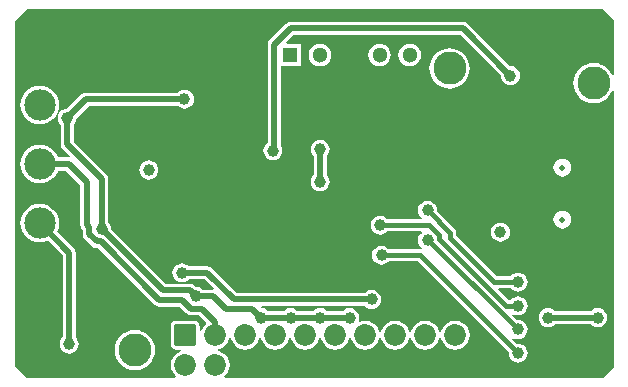
<source format=gbl>
%FSLAX44Y44*%
%MOMM*%
G71*
G01*
G75*
G04 Layer_Physical_Order=2*
G04 Layer_Color=16711680*
G04:AMPARAMS|DCode=10|XSize=1.05mm|YSize=0.65mm|CornerRadius=0.2015mm|HoleSize=0mm|Usage=FLASHONLY|Rotation=180.000|XOffset=0mm|YOffset=0mm|HoleType=Round|Shape=RoundedRectangle|*
%AMROUNDEDRECTD10*
21,1,1.0500,0.2470,0,0,180.0*
21,1,0.6470,0.6500,0,0,180.0*
1,1,0.4030,-0.3235,0.1235*
1,1,0.4030,0.3235,0.1235*
1,1,0.4030,0.3235,-0.1235*
1,1,0.4030,-0.3235,-0.1235*
%
%ADD10ROUNDEDRECTD10*%
G04:AMPARAMS|DCode=11|XSize=1.45mm|YSize=0.95mm|CornerRadius=0.1995mm|HoleSize=0mm|Usage=FLASHONLY|Rotation=90.000|XOffset=0mm|YOffset=0mm|HoleType=Round|Shape=RoundedRectangle|*
%AMROUNDEDRECTD11*
21,1,1.4500,0.5510,0,0,90.0*
21,1,1.0510,0.9500,0,0,90.0*
1,1,0.3990,0.2755,0.5255*
1,1,0.3990,0.2755,-0.5255*
1,1,0.3990,-0.2755,-0.5255*
1,1,0.3990,-0.2755,0.5255*
%
%ADD11ROUNDEDRECTD11*%
G04:AMPARAMS|DCode=12|XSize=1.45mm|YSize=1.15mm|CornerRadius=0.2013mm|HoleSize=0mm|Usage=FLASHONLY|Rotation=270.000|XOffset=0mm|YOffset=0mm|HoleType=Round|Shape=RoundedRectangle|*
%AMROUNDEDRECTD12*
21,1,1.4500,0.7475,0,0,270.0*
21,1,1.0475,1.1500,0,0,270.0*
1,1,0.4025,-0.3738,-0.5238*
1,1,0.4025,-0.3738,0.5238*
1,1,0.4025,0.3738,0.5238*
1,1,0.4025,0.3738,-0.5238*
%
%ADD12ROUNDEDRECTD12*%
G04:AMPARAMS|DCode=13|XSize=1.45mm|YSize=0.95mm|CornerRadius=0.1995mm|HoleSize=0mm|Usage=FLASHONLY|Rotation=0.000|XOffset=0mm|YOffset=0mm|HoleType=Round|Shape=RoundedRectangle|*
%AMROUNDEDRECTD13*
21,1,1.4500,0.5510,0,0,0.0*
21,1,1.0510,0.9500,0,0,0.0*
1,1,0.3990,0.5255,-0.2755*
1,1,0.3990,-0.5255,-0.2755*
1,1,0.3990,-0.5255,0.2755*
1,1,0.3990,0.5255,0.2755*
%
%ADD13ROUNDEDRECTD13*%
G04:AMPARAMS|DCode=14|XSize=1.1mm|YSize=0.7mm|CornerRadius=0.2345mm|HoleSize=0mm|Usage=FLASHONLY|Rotation=270.000|XOffset=0mm|YOffset=0mm|HoleType=Round|Shape=RoundedRectangle|*
%AMROUNDEDRECTD14*
21,1,1.1000,0.2310,0,0,270.0*
21,1,0.6310,0.7000,0,0,270.0*
1,1,0.4690,-0.1155,-0.3155*
1,1,0.4690,-0.1155,0.3155*
1,1,0.4690,0.1155,0.3155*
1,1,0.4690,0.1155,-0.3155*
%
%ADD14ROUNDEDRECTD14*%
G04:AMPARAMS|DCode=15|XSize=1.1mm|YSize=0.6mm|CornerRadius=0.201mm|HoleSize=0mm|Usage=FLASHONLY|Rotation=270.000|XOffset=0mm|YOffset=0mm|HoleType=Round|Shape=RoundedRectangle|*
%AMROUNDEDRECTD15*
21,1,1.1000,0.1980,0,0,270.0*
21,1,0.6980,0.6000,0,0,270.0*
1,1,0.4020,-0.0990,-0.3490*
1,1,0.4020,-0.0990,0.3490*
1,1,0.4020,0.0990,0.3490*
1,1,0.4020,0.0990,-0.3490*
%
%ADD15ROUNDEDRECTD15*%
G04:AMPARAMS|DCode=16|XSize=2.3mm|YSize=0.5mm|CornerRadius=0.2mm|HoleSize=0mm|Usage=FLASHONLY|Rotation=180.000|XOffset=0mm|YOffset=0mm|HoleType=Round|Shape=RoundedRectangle|*
%AMROUNDEDRECTD16*
21,1,2.3000,0.1000,0,0,180.0*
21,1,1.9000,0.5000,0,0,180.0*
1,1,0.4000,-0.9500,0.0500*
1,1,0.4000,0.9500,0.0500*
1,1,0.4000,0.9500,-0.0500*
1,1,0.4000,-0.9500,-0.0500*
%
%ADD16ROUNDEDRECTD16*%
G04:AMPARAMS|DCode=17|XSize=2.5mm|YSize=2mm|CornerRadius=0.2mm|HoleSize=0mm|Usage=FLASHONLY|Rotation=180.000|XOffset=0mm|YOffset=0mm|HoleType=Round|Shape=RoundedRectangle|*
%AMROUNDEDRECTD17*
21,1,2.5000,1.6000,0,0,180.0*
21,1,2.1000,2.0000,0,0,180.0*
1,1,0.4000,-1.0500,0.8000*
1,1,0.4000,1.0500,0.8000*
1,1,0.4000,1.0500,-0.8000*
1,1,0.4000,-1.0500,-0.8000*
%
%ADD17ROUNDEDRECTD17*%
G04:AMPARAMS|DCode=18|XSize=1.45mm|YSize=1.15mm|CornerRadius=0.2013mm|HoleSize=0mm|Usage=FLASHONLY|Rotation=0.000|XOffset=0mm|YOffset=0mm|HoleType=Round|Shape=RoundedRectangle|*
%AMROUNDEDRECTD18*
21,1,1.4500,0.7475,0,0,0.0*
21,1,1.0475,1.1500,0,0,0.0*
1,1,0.4025,0.5238,-0.3738*
1,1,0.4025,-0.5238,-0.3738*
1,1,0.4025,-0.5238,0.3738*
1,1,0.4025,0.5238,0.3738*
%
%ADD18ROUNDEDRECTD18*%
G04:AMPARAMS|DCode=19|XSize=1.75mm|YSize=1.05mm|CornerRadius=0.1995mm|HoleSize=0mm|Usage=FLASHONLY|Rotation=270.000|XOffset=0mm|YOffset=0mm|HoleType=Round|Shape=RoundedRectangle|*
%AMROUNDEDRECTD19*
21,1,1.7500,0.6510,0,0,270.0*
21,1,1.3510,1.0500,0,0,270.0*
1,1,0.3990,-0.3255,-0.6755*
1,1,0.3990,-0.3255,0.6755*
1,1,0.3990,0.3255,0.6755*
1,1,0.3990,0.3255,-0.6755*
%
%ADD19ROUNDEDRECTD19*%
G04:AMPARAMS|DCode=20|XSize=1.05mm|YSize=0.65mm|CornerRadius=0.2015mm|HoleSize=0mm|Usage=FLASHONLY|Rotation=90.000|XOffset=0mm|YOffset=0mm|HoleType=Round|Shape=RoundedRectangle|*
%AMROUNDEDRECTD20*
21,1,1.0500,0.2470,0,0,90.0*
21,1,0.6470,0.6500,0,0,90.0*
1,1,0.4030,0.1235,0.3235*
1,1,0.4030,0.1235,-0.3235*
1,1,0.4030,-0.1235,-0.3235*
1,1,0.4030,-0.1235,0.3235*
%
%ADD20ROUNDEDRECTD20*%
%ADD21O,1.5500X0.6000*%
G04:AMPARAMS|DCode=22|XSize=1.25mm|YSize=0.6mm|CornerRadius=0.201mm|HoleSize=0mm|Usage=FLASHONLY|Rotation=180.000|XOffset=0mm|YOffset=0mm|HoleType=Round|Shape=RoundedRectangle|*
%AMROUNDEDRECTD22*
21,1,1.2500,0.1980,0,0,180.0*
21,1,0.8480,0.6000,0,0,180.0*
1,1,0.4020,-0.4240,0.0990*
1,1,0.4020,0.4240,0.0990*
1,1,0.4020,0.4240,-0.0990*
1,1,0.4020,-0.4240,-0.0990*
%
%ADD22ROUNDEDRECTD22*%
G04:AMPARAMS|DCode=23|XSize=1mm|YSize=0.75mm|CornerRadius=0.1988mm|HoleSize=0mm|Usage=FLASHONLY|Rotation=180.000|XOffset=0mm|YOffset=0mm|HoleType=Round|Shape=RoundedRectangle|*
%AMROUNDEDRECTD23*
21,1,1.0000,0.3525,0,0,180.0*
21,1,0.6025,0.7500,0,0,180.0*
1,1,0.3975,-0.3013,0.1762*
1,1,0.3975,0.3013,0.1762*
1,1,0.3975,0.3013,-0.1762*
1,1,0.3975,-0.3013,-0.1762*
%
%ADD23ROUNDEDRECTD23*%
%ADD24O,2.0000X0.6000*%
%ADD25C,0.5000*%
%ADD26C,0.2500*%
%ADD27C,0.4000*%
%ADD28C,0.3000*%
%ADD29C,2.8000*%
%ADD30C,0.5000*%
%ADD31C,1.8500*%
G04:AMPARAMS|DCode=32|XSize=1.85mm|YSize=1.85mm|CornerRadius=0.2035mm|HoleSize=0mm|Usage=FLASHONLY|Rotation=0.000|XOffset=0mm|YOffset=0mm|HoleType=Round|Shape=RoundedRectangle|*
%AMROUNDEDRECTD32*
21,1,1.8500,1.4430,0,0,0.0*
21,1,1.4430,1.8500,0,0,0.0*
1,1,0.4070,0.7215,-0.7215*
1,1,0.4070,-0.7215,-0.7215*
1,1,0.4070,-0.7215,0.7215*
1,1,0.4070,0.7215,0.7215*
%
%ADD32ROUNDEDRECTD32*%
%ADD33C,2.6500*%
%ADD34C,1.3000*%
%ADD35R,1.3000X1.3000*%
%ADD36C,1.0000*%
G36*
X510922Y306831D02*
Y260498D01*
X510703Y260409D01*
X509652Y260281D01*
X508203Y262990D01*
X506079Y265579D01*
X503490Y267703D01*
X500537Y269282D01*
X497333Y270254D01*
X494000Y270582D01*
X490667Y270254D01*
X487463Y269282D01*
X484510Y267703D01*
X481921Y265579D01*
X479797Y262990D01*
X478218Y260037D01*
X477246Y256833D01*
X476918Y253500D01*
X477246Y250167D01*
X478218Y246963D01*
X479797Y244010D01*
X481921Y241421D01*
X484510Y239297D01*
X487463Y237718D01*
X490667Y236746D01*
X494000Y236418D01*
X497333Y236746D01*
X500537Y237718D01*
X503490Y239297D01*
X506079Y241421D01*
X508203Y244010D01*
X509652Y246719D01*
X510703Y246591D01*
X510922Y246502D01*
Y13209D01*
X501811Y4098D01*
X181862D01*
X181431Y5368D01*
X182337Y6063D01*
X184300Y8622D01*
X185535Y11602D01*
X185956Y14800D01*
X185535Y17998D01*
X184300Y20978D01*
X182337Y23537D01*
X179778Y25500D01*
X176798Y26735D01*
X175850Y26860D01*
Y28140D01*
X176798Y28265D01*
X179778Y29500D01*
X182337Y31463D01*
X184300Y34022D01*
X185535Y37002D01*
X185660Y37950D01*
X186940D01*
X187065Y37002D01*
X188300Y34022D01*
X190263Y31463D01*
X192822Y29500D01*
X195802Y28265D01*
X199000Y27844D01*
X202198Y28265D01*
X205178Y29500D01*
X207737Y31463D01*
X209700Y34022D01*
X210935Y37002D01*
X211059Y37950D01*
X212341D01*
X212465Y37002D01*
X213700Y34022D01*
X215663Y31463D01*
X218222Y29500D01*
X221202Y28265D01*
X224400Y27844D01*
X227598Y28265D01*
X230578Y29500D01*
X233137Y31463D01*
X235100Y34022D01*
X236335Y37002D01*
X236460Y37950D01*
X237740D01*
X237865Y37002D01*
X239100Y34022D01*
X241063Y31463D01*
X243622Y29500D01*
X246602Y28265D01*
X249800Y27844D01*
X252998Y28265D01*
X255978Y29500D01*
X258537Y31463D01*
X260500Y34022D01*
X261735Y37002D01*
X261859Y37950D01*
X263141D01*
X263265Y37002D01*
X264500Y34022D01*
X266463Y31463D01*
X269022Y29500D01*
X272002Y28265D01*
X275200Y27844D01*
X278398Y28265D01*
X281378Y29500D01*
X283937Y31463D01*
X285900Y34022D01*
X287135Y37002D01*
X287260Y37950D01*
X288540D01*
X288665Y37002D01*
X289900Y34022D01*
X291863Y31463D01*
X294422Y29500D01*
X297402Y28265D01*
X300600Y27844D01*
X303798Y28265D01*
X306778Y29500D01*
X309337Y31463D01*
X311300Y34022D01*
X312535Y37002D01*
X312659Y37950D01*
X313941D01*
X314065Y37002D01*
X315300Y34022D01*
X317263Y31463D01*
X319822Y29500D01*
X322802Y28265D01*
X326000Y27844D01*
X329198Y28265D01*
X332178Y29500D01*
X334737Y31463D01*
X336700Y34022D01*
X337935Y37002D01*
X338060Y37950D01*
X339341D01*
X339465Y37002D01*
X340700Y34022D01*
X342663Y31463D01*
X345222Y29500D01*
X348202Y28265D01*
X351400Y27844D01*
X354598Y28265D01*
X357578Y29500D01*
X360137Y31463D01*
X362100Y34022D01*
X363335Y37002D01*
X363460Y37950D01*
X364740D01*
X364865Y37002D01*
X366100Y34022D01*
X368063Y31463D01*
X370622Y29500D01*
X373602Y28265D01*
X376800Y27844D01*
X379998Y28265D01*
X382978Y29500D01*
X385537Y31463D01*
X387500Y34022D01*
X388735Y37002D01*
X389156Y40200D01*
X388735Y43398D01*
X387500Y46378D01*
X385537Y48937D01*
X382978Y50900D01*
X379998Y52135D01*
X376800Y52556D01*
X373602Y52135D01*
X370622Y50900D01*
X368063Y48937D01*
X366100Y46378D01*
X364865Y43398D01*
X364740Y42450D01*
X363460D01*
X363335Y43398D01*
X362100Y46378D01*
X360137Y48937D01*
X357578Y50900D01*
X354598Y52135D01*
X351400Y52556D01*
X348202Y52135D01*
X345222Y50900D01*
X342663Y48937D01*
X340700Y46378D01*
X339465Y43398D01*
X339341Y42450D01*
X338060D01*
X337935Y43398D01*
X336700Y46378D01*
X334737Y48937D01*
X332178Y50900D01*
X329198Y52135D01*
X326000Y52556D01*
X322802Y52135D01*
X319822Y50900D01*
X317263Y48937D01*
X315300Y46378D01*
X314065Y43398D01*
X313941Y42450D01*
X312659D01*
X312535Y43398D01*
X311300Y46378D01*
X309337Y48937D01*
X306778Y50900D01*
X303798Y52135D01*
X300600Y52556D01*
X297402Y52135D01*
X296128Y51607D01*
X295156Y52579D01*
X295294Y52912D01*
X295569Y55000D01*
X295294Y57088D01*
X294488Y59035D01*
X293206Y60706D01*
X291535Y61988D01*
X289588Y62794D01*
X287500Y63069D01*
X285412Y62794D01*
X283465Y61988D01*
X281794Y60706D01*
X281719Y60608D01*
X268281D01*
X268206Y60706D01*
X266535Y61988D01*
X264588Y62794D01*
X262500Y63069D01*
X260412Y62794D01*
X258465Y61988D01*
X256794Y60706D01*
X256719Y60608D01*
X243281D01*
X243206Y60706D01*
X241535Y61988D01*
X239588Y62794D01*
X237500Y63069D01*
X235412Y62794D01*
X233465Y61988D01*
X231794Y60706D01*
X231719Y60608D01*
X218281D01*
X218206Y60706D01*
X216535Y61988D01*
X214588Y62794D01*
X212695Y63043D01*
X212254Y63622D01*
X212864Y64892D01*
X300219D01*
X300294Y64794D01*
X301966Y63512D01*
X303912Y62706D01*
X306000Y62431D01*
X308088Y62706D01*
X310035Y63512D01*
X311706Y64794D01*
X312988Y66466D01*
X313794Y68412D01*
X314069Y70500D01*
X313794Y72588D01*
X312988Y74535D01*
X311706Y76206D01*
X310035Y77488D01*
X308088Y78294D01*
X306000Y78569D01*
X303912Y78294D01*
X301966Y77488D01*
X300294Y76206D01*
X300219Y76108D01*
X191823D01*
X170965Y96965D01*
X169146Y98181D01*
X167000Y98608D01*
X151281D01*
X151206Y98706D01*
X149535Y99988D01*
X147588Y100794D01*
X145500Y101069D01*
X143412Y100794D01*
X141466Y99988D01*
X139794Y98706D01*
X138512Y97035D01*
X137706Y95088D01*
X137431Y93000D01*
X137706Y90912D01*
X138512Y88966D01*
X139794Y87294D01*
X141466Y86012D01*
X143412Y85206D01*
X145500Y84931D01*
X147588Y85206D01*
X149535Y86012D01*
X151206Y87294D01*
X151281Y87392D01*
X164677D01*
X172327Y79742D01*
X171666Y78608D01*
X163281D01*
X163206Y78706D01*
X161535Y79988D01*
X159588Y80794D01*
X157500Y81069D01*
X157378Y81053D01*
X156465Y81965D01*
X154646Y83181D01*
X152500Y83608D01*
X131823D01*
X85553Y129878D01*
X85569Y130000D01*
X85294Y132088D01*
X84488Y134035D01*
X83206Y135706D01*
X83108Y135781D01*
Y172500D01*
X82681Y174646D01*
X81465Y176465D01*
X53908Y204023D01*
Y218219D01*
X54006Y218294D01*
X55288Y219965D01*
X56094Y221912D01*
X56369Y224000D01*
X56353Y224122D01*
X66623Y234392D01*
X141719D01*
X141794Y234294D01*
X143465Y233012D01*
X145412Y232206D01*
X147500Y231931D01*
X149588Y232206D01*
X151535Y233012D01*
X153206Y234294D01*
X154488Y235965D01*
X155294Y237912D01*
X155569Y240000D01*
X155294Y242088D01*
X154488Y244035D01*
X153206Y245706D01*
X151535Y246988D01*
X149588Y247794D01*
X147500Y248069D01*
X145412Y247794D01*
X143465Y246988D01*
X141794Y245706D01*
X141719Y245608D01*
X64300D01*
X62154Y245181D01*
X60335Y243965D01*
X48422Y232053D01*
X48300Y232069D01*
X46212Y231794D01*
X44265Y230988D01*
X42594Y229706D01*
X41312Y228034D01*
X40506Y226088D01*
X40231Y224000D01*
X40506Y221912D01*
X41312Y219965D01*
X42594Y218294D01*
X42692Y218219D01*
Y201700D01*
X43119Y199554D01*
X44335Y197735D01*
X50327Y191742D01*
X49666Y190608D01*
X40280D01*
X40086Y191249D01*
X38577Y194072D01*
X36546Y196546D01*
X34072Y198577D01*
X31249Y200086D01*
X28186Y201015D01*
X25000Y201329D01*
X21814Y201015D01*
X18751Y200086D01*
X15928Y198577D01*
X13454Y196546D01*
X11423Y194072D01*
X9914Y191249D01*
X8985Y188186D01*
X8671Y185000D01*
X8985Y181814D01*
X9914Y178751D01*
X11423Y175928D01*
X13454Y173454D01*
X15928Y171423D01*
X18751Y169914D01*
X21814Y168985D01*
X25000Y168671D01*
X28186Y168985D01*
X31249Y169914D01*
X34072Y171423D01*
X36546Y173454D01*
X38577Y175928D01*
X40086Y178751D01*
X40280Y179392D01*
X47677D01*
X59392Y167677D01*
Y133500D01*
X59819Y131354D01*
X61035Y129535D01*
X61392Y129177D01*
Y125651D01*
X61819Y123505D01*
X63035Y121685D01*
X69186Y115535D01*
X71005Y114319D01*
X73151Y113892D01*
X74363D01*
X122221Y66035D01*
X124040Y64819D01*
X126186Y64392D01*
X143328D01*
X149185Y58535D01*
X151005Y57319D01*
X153151Y56892D01*
X160177D01*
X166032Y51037D01*
X165949Y49770D01*
X164863Y48937D01*
X162900Y46378D01*
X161819Y43768D01*
X160549Y44021D01*
Y47415D01*
X160158Y49380D01*
X159045Y51045D01*
X157380Y52158D01*
X155415Y52549D01*
X140985D01*
X139020Y52158D01*
X137355Y51045D01*
X136242Y49380D01*
X135851Y47415D01*
Y32985D01*
X136242Y31021D01*
X137355Y29355D01*
X139020Y28242D01*
X140985Y27851D01*
X144379D01*
X144632Y26581D01*
X142022Y25500D01*
X139463Y23537D01*
X137500Y20978D01*
X136265Y17998D01*
X135844Y14800D01*
X136265Y11602D01*
X137500Y8622D01*
X139463Y6063D01*
X140369Y5368D01*
X139938Y4098D01*
X14189D01*
X4078Y14209D01*
Y305831D01*
X14189Y315942D01*
X501811D01*
X510922Y306831D01*
D02*
G37*
%LPC*%
G36*
X467500Y145565D02*
X465542Y145307D01*
X463718Y144551D01*
X462151Y143349D01*
X460949Y141782D01*
X460193Y139958D01*
X459935Y138000D01*
X460193Y136042D01*
X460949Y134218D01*
X462151Y132651D01*
X463718Y131449D01*
X465542Y130693D01*
X467500Y130435D01*
X469458Y130693D01*
X471282Y131449D01*
X472849Y132651D01*
X474051Y134218D01*
X474807Y136042D01*
X475065Y138000D01*
X474807Y139958D01*
X474051Y141782D01*
X472849Y143349D01*
X471282Y144551D01*
X469458Y145307D01*
X467500Y145565D01*
D02*
G37*
G36*
X353450Y154019D02*
X351362Y153744D01*
X349416Y152938D01*
X347744Y151656D01*
X346462Y149985D01*
X345656Y148038D01*
X345381Y145950D01*
X345656Y143862D01*
X346462Y141916D01*
X347744Y140244D01*
X348561Y139618D01*
X348130Y138348D01*
X319422D01*
X318956Y138956D01*
X317285Y140238D01*
X315338Y141044D01*
X313250Y141319D01*
X311162Y141044D01*
X309216Y140238D01*
X307544Y138956D01*
X306262Y137284D01*
X305456Y135338D01*
X305181Y133250D01*
X305456Y131162D01*
X306262Y129215D01*
X307544Y127544D01*
X309216Y126262D01*
X311162Y125456D01*
X313250Y125181D01*
X315338Y125456D01*
X317285Y126262D01*
X318956Y127544D01*
X319422Y128152D01*
X348130D01*
X348561Y126882D01*
X347744Y126256D01*
X346462Y124585D01*
X345656Y122638D01*
X345381Y120550D01*
X345656Y118462D01*
X346462Y116516D01*
X347744Y114844D01*
X349011Y113873D01*
X348472Y112685D01*
X347150Y112948D01*
X320722D01*
X320256Y113556D01*
X318584Y114838D01*
X316638Y115644D01*
X314550Y115919D01*
X312462Y115644D01*
X310515Y114838D01*
X308844Y113556D01*
X307562Y111884D01*
X306756Y109938D01*
X306481Y107850D01*
X306756Y105762D01*
X307562Y103815D01*
X308844Y102144D01*
X310515Y100862D01*
X312462Y100056D01*
X314550Y99781D01*
X316638Y100056D01*
X318584Y100862D01*
X320256Y102144D01*
X320722Y102752D01*
X345038D01*
X422031Y25759D01*
X421931Y25000D01*
X422206Y22912D01*
X423012Y20965D01*
X424294Y19294D01*
X425965Y18012D01*
X427912Y17206D01*
X430000Y16931D01*
X432088Y17206D01*
X434035Y18012D01*
X435706Y19294D01*
X436988Y20965D01*
X437794Y22912D01*
X438069Y25000D01*
X437794Y27088D01*
X436988Y29035D01*
X435706Y30706D01*
X434035Y31988D01*
X432088Y32794D01*
X430000Y33069D01*
X429241Y32969D01*
X425210Y37000D01*
X425965Y38012D01*
X427912Y37206D01*
X430000Y36931D01*
X432088Y37206D01*
X434035Y38012D01*
X435706Y39294D01*
X436988Y40965D01*
X437794Y42912D01*
X438069Y45000D01*
X437794Y47088D01*
X436988Y49035D01*
X435706Y50706D01*
X434035Y51988D01*
X432088Y52794D01*
X430000Y53069D01*
X429240Y52969D01*
X425210Y57000D01*
X425965Y58012D01*
X427912Y57206D01*
X430000Y56931D01*
X432088Y57206D01*
X434035Y58012D01*
X435706Y59294D01*
X436988Y60965D01*
X437794Y62912D01*
X438069Y65000D01*
X437794Y67088D01*
X436988Y69035D01*
X435706Y70706D01*
X434035Y71988D01*
X432088Y72794D01*
X430000Y73069D01*
X427912Y72794D01*
X425965Y71988D01*
X424294Y70706D01*
X423828Y70098D01*
X422011D01*
X413380Y78729D01*
X413866Y79902D01*
X423828D01*
X424294Y79294D01*
X425965Y78012D01*
X427912Y77206D01*
X430000Y76931D01*
X432088Y77206D01*
X434035Y78012D01*
X435706Y79294D01*
X436988Y80965D01*
X437794Y82912D01*
X438069Y85000D01*
X437794Y87088D01*
X436988Y89035D01*
X435706Y90706D01*
X434035Y91988D01*
X432088Y92794D01*
X430000Y93069D01*
X427912Y92794D01*
X425965Y91988D01*
X424294Y90706D01*
X423828Y90098D01*
X411911D01*
X377598Y124410D01*
Y126900D01*
X377210Y128851D01*
X376105Y130505D01*
X361419Y145190D01*
X361519Y145950D01*
X361244Y148038D01*
X360438Y149985D01*
X359156Y151656D01*
X357485Y152938D01*
X355538Y153744D01*
X353450Y154019D01*
D02*
G37*
G36*
X262500Y205569D02*
X260412Y205294D01*
X258465Y204488D01*
X256794Y203206D01*
X255512Y201535D01*
X254706Y199588D01*
X254431Y197500D01*
X254706Y195412D01*
X255512Y193465D01*
X256794Y191794D01*
X256892Y191719D01*
Y175781D01*
X256794Y175706D01*
X255512Y174035D01*
X254706Y172088D01*
X254431Y170000D01*
X254706Y167912D01*
X255512Y165965D01*
X256794Y164294D01*
X258465Y163012D01*
X260412Y162206D01*
X262500Y161931D01*
X264588Y162206D01*
X266535Y163012D01*
X268206Y164294D01*
X269488Y165965D01*
X270294Y167912D01*
X270569Y170000D01*
X270294Y172088D01*
X269488Y174035D01*
X268206Y175706D01*
X268108Y175781D01*
Y191719D01*
X268206Y191794D01*
X269488Y193465D01*
X270294Y195412D01*
X270569Y197500D01*
X270294Y199588D01*
X269488Y201535D01*
X268206Y203206D01*
X266535Y204488D01*
X264588Y205294D01*
X262500Y205569D01*
D02*
G37*
G36*
X415000Y135569D02*
X412912Y135294D01*
X410965Y134488D01*
X409294Y133206D01*
X408012Y131535D01*
X407206Y129588D01*
X406931Y127500D01*
X407206Y125412D01*
X408012Y123465D01*
X409294Y121794D01*
X410965Y120512D01*
X412912Y119706D01*
X415000Y119431D01*
X417088Y119706D01*
X419035Y120512D01*
X420706Y121794D01*
X421988Y123465D01*
X422794Y125412D01*
X423069Y127500D01*
X422794Y129588D01*
X421988Y131535D01*
X420706Y133206D01*
X419035Y134488D01*
X417088Y135294D01*
X415000Y135569D01*
D02*
G37*
G36*
X25000Y151329D02*
X21814Y151015D01*
X18751Y150086D01*
X15928Y148577D01*
X13454Y146546D01*
X11423Y144072D01*
X9914Y141249D01*
X8985Y138186D01*
X8671Y135000D01*
X8985Y131814D01*
X9914Y128751D01*
X11423Y125928D01*
X13454Y123454D01*
X15928Y121423D01*
X18751Y119914D01*
X21814Y118985D01*
X25000Y118671D01*
X28186Y118985D01*
X31249Y119914D01*
X31839Y120230D01*
X44392Y107677D01*
Y38281D01*
X44294Y38206D01*
X43012Y36535D01*
X42206Y34588D01*
X41931Y32500D01*
X42206Y30412D01*
X43012Y28465D01*
X44294Y26794D01*
X45965Y25512D01*
X47912Y24706D01*
X50000Y24431D01*
X52088Y24706D01*
X54035Y25512D01*
X55706Y26794D01*
X56988Y28465D01*
X57794Y30412D01*
X58069Y32500D01*
X57794Y34588D01*
X56988Y36535D01*
X55706Y38206D01*
X55608Y38281D01*
Y110000D01*
X55181Y112146D01*
X53965Y113965D01*
X39770Y128161D01*
X40086Y128751D01*
X41015Y131814D01*
X41329Y135000D01*
X41015Y138186D01*
X40086Y141249D01*
X38577Y144072D01*
X36546Y146546D01*
X34072Y148577D01*
X31249Y150086D01*
X28186Y151015D01*
X25000Y151329D01*
D02*
G37*
G36*
X497500Y63069D02*
X495412Y62794D01*
X493465Y61988D01*
X491794Y60706D01*
X491719Y60608D01*
X461181D01*
X461106Y60706D01*
X459435Y61988D01*
X457488Y62794D01*
X455400Y63069D01*
X453312Y62794D01*
X451366Y61988D01*
X449694Y60706D01*
X448412Y59035D01*
X447606Y57088D01*
X447331Y55000D01*
X447606Y52912D01*
X448412Y50965D01*
X449694Y49294D01*
X451366Y48012D01*
X453312Y47206D01*
X455400Y46931D01*
X457488Y47206D01*
X459435Y48012D01*
X461106Y49294D01*
X461181Y49392D01*
X491719D01*
X491794Y49294D01*
X493465Y48012D01*
X495412Y47206D01*
X497500Y46931D01*
X499588Y47206D01*
X501535Y48012D01*
X503206Y49294D01*
X504488Y50965D01*
X505294Y52912D01*
X505569Y55000D01*
X505294Y57088D01*
X504488Y59035D01*
X503206Y60706D01*
X501535Y61988D01*
X499588Y62794D01*
X497500Y63069D01*
D02*
G37*
G36*
X105500Y44582D02*
X102167Y44254D01*
X98963Y43282D01*
X96010Y41703D01*
X93421Y39579D01*
X91297Y36990D01*
X89718Y34037D01*
X88746Y30833D01*
X88418Y27500D01*
X88746Y24167D01*
X89718Y20963D01*
X91297Y18010D01*
X93421Y15421D01*
X96010Y13297D01*
X98963Y11718D01*
X102167Y10746D01*
X105500Y10418D01*
X108833Y10746D01*
X112037Y11718D01*
X114990Y13297D01*
X117579Y15421D01*
X119703Y18010D01*
X121282Y20963D01*
X122254Y24167D01*
X122582Y27500D01*
X122254Y30833D01*
X121282Y34037D01*
X119703Y36990D01*
X117579Y39579D01*
X114990Y41703D01*
X112037Y43282D01*
X108833Y44254D01*
X105500Y44582D01*
D02*
G37*
G36*
X117500Y188069D02*
X115412Y187794D01*
X113465Y186988D01*
X111794Y185706D01*
X110512Y184035D01*
X109706Y182088D01*
X109431Y180000D01*
X109706Y177912D01*
X110512Y175965D01*
X111794Y174294D01*
X113465Y173012D01*
X115412Y172206D01*
X117500Y171931D01*
X119588Y172206D01*
X121535Y173012D01*
X123206Y174294D01*
X124488Y175965D01*
X125294Y177912D01*
X125569Y180000D01*
X125294Y182088D01*
X124488Y184035D01*
X123206Y185706D01*
X121535Y186988D01*
X119588Y187794D01*
X117500Y188069D01*
D02*
G37*
G36*
X262250Y287082D02*
X259770Y286756D01*
X257459Y285798D01*
X255474Y284275D01*
X253952Y282291D01*
X252994Y279980D01*
X252668Y277500D01*
X252994Y275020D01*
X253952Y272709D01*
X255474Y270725D01*
X257459Y269202D01*
X259770Y268244D01*
X262250Y267918D01*
X264730Y268244D01*
X267041Y269202D01*
X269025Y270725D01*
X270548Y272709D01*
X271506Y275020D01*
X271832Y277500D01*
X271506Y279980D01*
X270548Y282291D01*
X269025Y284275D01*
X267041Y285798D01*
X264730Y286756D01*
X262250Y287082D01*
D02*
G37*
G36*
X312750D02*
X310270Y286756D01*
X307959Y285798D01*
X305975Y284275D01*
X304452Y282291D01*
X303494Y279980D01*
X303168Y277500D01*
X303494Y275020D01*
X304452Y272709D01*
X305975Y270725D01*
X307959Y269202D01*
X310270Y268244D01*
X312750Y267918D01*
X315230Y268244D01*
X317541Y269202D01*
X319525Y270725D01*
X321048Y272709D01*
X322006Y275020D01*
X322332Y277500D01*
X322006Y279980D01*
X321048Y282291D01*
X319525Y284275D01*
X317541Y285798D01*
X315230Y286756D01*
X312750Y287082D01*
D02*
G37*
G36*
X338250D02*
X335770Y286756D01*
X333459Y285798D01*
X331474Y284275D01*
X329952Y282291D01*
X328994Y279980D01*
X328668Y277500D01*
X328994Y275020D01*
X329952Y272709D01*
X331474Y270725D01*
X333459Y269202D01*
X335770Y268244D01*
X338250Y267918D01*
X340730Y268244D01*
X343041Y269202D01*
X345025Y270725D01*
X346548Y272709D01*
X347505Y275020D01*
X347832Y277500D01*
X347505Y279980D01*
X346548Y282291D01*
X345025Y284275D01*
X343041Y285798D01*
X340730Y286756D01*
X338250Y287082D01*
D02*
G37*
G36*
X383500Y305608D02*
X237500D01*
X235354Y305181D01*
X233535Y303965D01*
X219535Y289965D01*
X218319Y288146D01*
X217892Y286000D01*
Y203048D01*
X216794Y202206D01*
X215512Y200534D01*
X214706Y198588D01*
X214431Y196500D01*
X214706Y194412D01*
X215512Y192465D01*
X216794Y190794D01*
X218465Y189512D01*
X220412Y188706D01*
X222500Y188431D01*
X224588Y188706D01*
X226535Y189512D01*
X228206Y190794D01*
X229488Y192465D01*
X230294Y194412D01*
X230569Y196500D01*
X230294Y198588D01*
X229488Y200534D01*
X229108Y201030D01*
Y268000D01*
X246250D01*
Y287000D01*
X234090D01*
X233604Y288173D01*
X239823Y294392D01*
X381177D01*
X415447Y260122D01*
X415431Y260000D01*
X415706Y257912D01*
X416512Y255965D01*
X417794Y254294D01*
X419465Y253012D01*
X421412Y252206D01*
X423500Y251931D01*
X425588Y252206D01*
X427534Y253012D01*
X429206Y254294D01*
X430488Y255965D01*
X431294Y257912D01*
X431569Y260000D01*
X431294Y262088D01*
X430488Y264035D01*
X429206Y265706D01*
X427534Y266988D01*
X425588Y267794D01*
X423500Y268069D01*
X423378Y268053D01*
X387465Y303965D01*
X385646Y305181D01*
X383500Y305608D01*
D02*
G37*
G36*
X467500Y189565D02*
X465542Y189307D01*
X463718Y188551D01*
X462151Y187349D01*
X460949Y185782D01*
X460193Y183958D01*
X459935Y182000D01*
X460193Y180042D01*
X460949Y178218D01*
X462151Y176651D01*
X463718Y175449D01*
X465542Y174693D01*
X467500Y174435D01*
X469458Y174693D01*
X471282Y175449D01*
X472849Y176651D01*
X474051Y178218D01*
X474807Y180042D01*
X475065Y182000D01*
X474807Y183958D01*
X474051Y185782D01*
X472849Y187349D01*
X471282Y188551D01*
X469458Y189307D01*
X467500Y189565D01*
D02*
G37*
G36*
X25000Y251329D02*
X21814Y251015D01*
X18751Y250086D01*
X15928Y248577D01*
X13454Y246546D01*
X11423Y244072D01*
X9914Y241249D01*
X8985Y238186D01*
X8671Y235000D01*
X8985Y231814D01*
X9914Y228751D01*
X11423Y225928D01*
X13454Y223454D01*
X15928Y221423D01*
X18751Y219914D01*
X21814Y218985D01*
X25000Y218671D01*
X28186Y218985D01*
X31249Y219914D01*
X34072Y221423D01*
X36546Y223454D01*
X38577Y225928D01*
X40086Y228751D01*
X41015Y231814D01*
X41329Y235000D01*
X41015Y238186D01*
X40086Y241249D01*
X38577Y244072D01*
X36546Y246546D01*
X34072Y248577D01*
X31249Y250086D01*
X28186Y251015D01*
X25000Y251329D01*
D02*
G37*
G36*
X372000Y283082D02*
X368667Y282754D01*
X365463Y281782D01*
X362510Y280203D01*
X359921Y278079D01*
X357797Y275490D01*
X356218Y272537D01*
X355246Y269333D01*
X354918Y266000D01*
X355246Y262667D01*
X356218Y259463D01*
X357797Y256510D01*
X359921Y253921D01*
X362510Y251797D01*
X365463Y250218D01*
X368667Y249246D01*
X372000Y248918D01*
X375333Y249246D01*
X378537Y250218D01*
X381490Y251797D01*
X384079Y253921D01*
X386203Y256510D01*
X387782Y259463D01*
X388754Y262667D01*
X389082Y266000D01*
X388754Y269333D01*
X387782Y272537D01*
X386203Y275490D01*
X384079Y278079D01*
X381490Y280203D01*
X378537Y281782D01*
X375333Y282754D01*
X372000Y283082D01*
D02*
G37*
%LPD*%
D25*
X383500Y300000D02*
X423500Y260000D01*
X237500Y300000D02*
X383500D01*
X223500Y286000D02*
X237500Y300000D01*
X223500Y197500D02*
Y286000D01*
X222500Y196500D02*
X223500Y197500D01*
X172000Y73000D02*
X182500Y62500D01*
X167000Y93000D02*
X189500Y70500D01*
X182500Y62500D02*
X205000D01*
X212500Y55000D01*
X189500Y70500D02*
X306000D01*
X145500Y93000D02*
X167000D01*
X262500Y170000D02*
Y197500D01*
X25000Y185000D02*
X50000D01*
X65000Y170000D01*
X212500Y55000D02*
X237500D01*
X262500D01*
X287500D01*
X77500Y130000D02*
Y172500D01*
X48300Y224000D02*
X64300Y240000D01*
X455400Y55000D02*
X497500D01*
X64300Y240000D02*
X147500D01*
X157500Y73000D02*
X172000D01*
X152500Y78000D02*
X157500Y73000D01*
X77500Y130000D02*
X129500Y78000D01*
X152500D01*
X145651Y70000D02*
X153151Y62500D01*
X65000Y133500D02*
Y170000D01*
Y133500D02*
X67000Y131500D01*
Y125651D02*
Y131500D01*
Y125651D02*
X73151Y119500D01*
X76686D01*
X126186Y70000D01*
X145651D01*
X162500Y62500D02*
X173600Y51400D01*
Y40200D02*
Y51400D01*
X153151Y62500D02*
X162500D01*
X48300Y201700D02*
X77500Y172500D01*
X48300Y201700D02*
Y224000D01*
X25000Y135000D02*
X50000Y110000D01*
Y32500D02*
Y110000D01*
D27*
X353450Y145950D02*
X372500Y126900D01*
X313250Y133250D02*
X354892D01*
X363450Y124692D01*
X353950Y121050D02*
X430000Y45000D01*
X363450Y121449D02*
Y124692D01*
Y121449D02*
X419899Y65000D01*
X430000D01*
X372500Y122299D02*
Y126900D01*
Y122299D02*
X409799Y85000D01*
X430000D01*
X314550Y107850D02*
X347150D01*
X430000Y25000D01*
D29*
X494000Y253500D02*
D03*
X372000Y266000D02*
D03*
X105500Y27500D02*
D03*
D30*
X467500Y138000D02*
D03*
Y182000D02*
D03*
D31*
X376800Y14800D02*
D03*
Y40200D02*
D03*
X351400Y14800D02*
D03*
Y40200D02*
D03*
X326000Y14800D02*
D03*
Y40200D02*
D03*
X300600Y14800D02*
D03*
Y40200D02*
D03*
X275200Y14800D02*
D03*
Y40200D02*
D03*
X249800Y14800D02*
D03*
Y40200D02*
D03*
X224400Y14800D02*
D03*
Y40200D02*
D03*
X199000Y14800D02*
D03*
Y40200D02*
D03*
X173600Y14800D02*
D03*
Y40200D02*
D03*
X148200Y14800D02*
D03*
D32*
Y40200D02*
D03*
D33*
X25000Y235000D02*
D03*
Y185000D02*
D03*
Y135000D02*
D03*
Y85000D02*
D03*
D34*
X338250Y277500D02*
D03*
X312750D02*
D03*
X287250D02*
D03*
X262250D02*
D03*
D35*
X236750D02*
D03*
D36*
X480500Y234500D02*
D03*
X432000Y239000D02*
D03*
X423500Y260000D02*
D03*
X490500Y277300D02*
D03*
X306000Y70500D02*
D03*
X145500Y93000D02*
D03*
X222500Y196500D02*
D03*
X445500Y277300D02*
D03*
X385000Y127500D02*
D03*
X212500Y55000D02*
D03*
X237500D02*
D03*
X262500D02*
D03*
X287500D02*
D03*
X262500Y170000D02*
D03*
X262500Y197500D02*
D03*
X385000Y185000D02*
D03*
X224500Y304000D02*
D03*
X202500Y222500D02*
D03*
X77500Y130000D02*
D03*
X45000Y162500D02*
D03*
Y142500D02*
D03*
X48300Y224000D02*
D03*
X80000Y210000D02*
D03*
X137500Y142500D02*
D03*
X192500Y145000D02*
D03*
X117500Y180000D02*
D03*
X65000Y40000D02*
D03*
X147500Y240000D02*
D03*
X350000Y222500D02*
D03*
X402500D02*
D03*
X442500Y222500D02*
D03*
X497500D02*
D03*
X442500Y132500D02*
D03*
X415000Y185000D02*
D03*
X430000Y65000D02*
D03*
Y85000D02*
D03*
Y45000D02*
D03*
X430000Y25000D02*
D03*
X415000Y127500D02*
D03*
X497500Y132500D02*
D03*
X455400Y55000D02*
D03*
X455000Y35000D02*
D03*
Y75000D02*
D03*
X497500Y55000D02*
D03*
X313250Y133250D02*
D03*
X353450Y120550D02*
D03*
X314550Y107850D02*
D03*
X353450Y145950D02*
D03*
X160000Y300000D02*
D03*
X135000D02*
D03*
X147500D02*
D03*
X93000Y218000D02*
D03*
X213000Y212500D02*
D03*
X201000Y160000D02*
D03*
X157500Y73000D02*
D03*
X135500Y57000D02*
D03*
X419000Y236000D02*
D03*
X452500Y236500D02*
D03*
X413000Y206000D02*
D03*
X403000Y261000D02*
D03*
X489000Y156000D02*
D03*
X469000Y220500D02*
D03*
X485500Y177000D02*
D03*
X26000Y27500D02*
D03*
X68000Y301000D02*
D03*
X24000Y270500D02*
D03*
X28000Y295500D02*
D03*
X50000Y32500D02*
D03*
M02*

</source>
